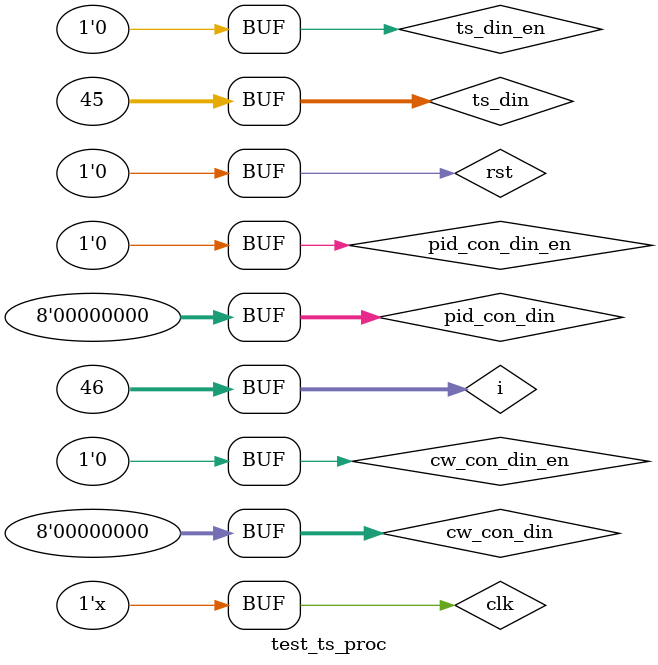
<source format=v>
`timescale 1ns / 1ps


module test_ts_proc;

	// Inputs
	reg clk;
	reg rst;
	reg [31:0] ts_din;
	reg ts_din_en;
	reg [7:0] cw_con_din;
	reg cw_con_din_en;
	reg [7:0] pid_con_din;
	reg pid_con_din_en;

	// Outputs
	wire ts1_dout_en;
	wire ts2_dout_en;
	wire ts3_dout_en;
	wire ts4_dout_en;
	wire ts5_dout_en;
	wire ts6_dout_en;
	wire ts7_dout_en;
	wire ts8_dout_en;
	wire ts9_dout_en;
	wire ts10_dout_en;
	wire ts11_dout_en;
	wire ts12_dout_en;
	wire ts13_dout_en;
	wire ts14_dout_en;
	wire ts15_dout_en;
	wire ts16_dout_en;
	wire ts17_dout_en;
	wire ts18_dout_en;
	wire ts19_dout_en;
	wire ts20_dout_en;
	wire ts21_dout_en;
	wire ts22_dout_en;
	wire ts23_dout_en;
	wire ts24_dout_en;
	wire ts25_dout_en;
	wire ts26_dout_en;
	wire ts27_dout_en;
	wire ts28_dout_en;
	wire ts29_dout_en;
	wire ts30_dout_en;
	wire ts31_dout_en;
	wire ts32_dout_en;
	wire [32:0] ts_dout;

	// Instantiate the Unit Under Test (UUT)
	csa_ts_proc uut (
		.clk(clk), 
		.rst(rst), 
		.ts_din(ts_din), 
		.ts_din_en(ts_din_en), 
		.cw_con_din(cw_con_din), 
		.cw_con_din_en(cw_con_din_en), 
		.pid_con_din(pid_con_din), 
		.pid_con_din_en(pid_con_din_en), 
		.ts1_dout_en(ts1_dout_en), 
		.ts2_dout_en(ts2_dout_en), 
		.ts3_dout_en(ts3_dout_en), 
		.ts4_dout_en(ts4_dout_en), 
		.ts5_dout_en(ts5_dout_en), 
		.ts6_dout_en(ts6_dout_en), 
		.ts7_dout_en(ts7_dout_en), 
		.ts8_dout_en(ts8_dout_en), 
		.ts9_dout_en(ts9_dout_en), 
		.ts10_dout_en(ts10_dout_en), 
		.ts11_dout_en(ts11_dout_en), 
		.ts12_dout_en(ts12_dout_en), 
		.ts13_dout_en(ts13_dout_en), 
		.ts14_dout_en(ts14_dout_en), 
		.ts15_dout_en(ts15_dout_en), 
		.ts16_dout_en(ts16_dout_en), 
		.ts17_dout_en(ts17_dout_en), 
		.ts18_dout_en(ts18_dout_en), 
		.ts19_dout_en(ts19_dout_en), 
		.ts20_dout_en(ts20_dout_en), 
		.ts21_dout_en(ts21_dout_en), 
		.ts22_dout_en(ts22_dout_en), 
		.ts23_dout_en(ts23_dout_en), 
		.ts24_dout_en(ts24_dout_en), 
		.ts25_dout_en(ts25_dout_en), 
		.ts26_dout_en(ts26_dout_en), 
		.ts27_dout_en(ts27_dout_en), 
		.ts28_dout_en(ts28_dout_en), 
		.ts29_dout_en(ts29_dout_en), 
		.ts30_dout_en(ts30_dout_en), 
		.ts31_dout_en(ts31_dout_en), 
		.ts32_dout_en(ts32_dout_en), 
		.ts_dout(ts_dout)
	);
integer i;
	initial begin
		// Initialize Inputs
		clk = 0;
		rst = 0;
		ts_din = 0;
		ts_din_en = 0;
		cw_con_din = 0;
		cw_con_din_en = 0;
		pid_con_din = 0;
		pid_con_din_en = 0;

		#3 rst=1;
		#4 rst=0;
		// Wait 100 ns for global reset to finish
		#100;
        
        ts_din_en=1;
        ts_din=32'h00000001;
        #10 ts_din=32'h00000001;
        #10 ts_din=32'hc0120812;
        #10 ts_din=32'h00004e20;
        #10 ts_din=32'h47401000;
        for(i=0;i<46;i=i+1)
        #10 ts_din=i;
        #10 ts_din_en=0;
        
		// Add stimulus here

		// Wait 100 ns for global reset to finish
		#100;
        
        ts_din_en=1;
        ts_din=32'h00000002;
        #10 ts_din=32'h00000001;
        #10 ts_din=32'hc0120812;
        #10 ts_din=32'h00004e20;
        #10 ts_din=32'h47401000;
        for(i=0;i<46;i=i+1)
        #10 ts_din=i;
        #10 ts_din_en=0;
        
        
        		// Wait 100 ns for global reset to finish
		#100;
        
        ts_din_en=1;
        ts_din=32'h00000001;
        #10 ts_din=32'h00000001;
        #10 ts_din=32'hc0120812;
        #10 ts_din=32'h00004e20;
        #10 ts_din=32'h47401000;
        for(i=0;i<46;i=i+1)
        #10 ts_din=i;
        #10 ts_din_en=0;
        
        
        		// Wait 100 ns for global reset to finish
		#100;
        
        ts_din_en=1;
        ts_din=32'h00000001;
        #10 ts_din=32'h00000001;
        #10 ts_din=32'hc0120812;
        #10 ts_din=32'h00004e20;
        #10 ts_din=32'h47401000;
        for(i=0;i<46;i=i+1)
        #10 ts_din=i;
        #10 ts_din_en=0;
        
        
        		// Wait 100 ns for global reset to finish
		#100;
        
        ts_din_en=1;
        ts_din=32'h00000001;
        #10 ts_din=32'h00000001;
        #10 ts_din=32'hc0120812;
        #10 ts_din=32'h00004e20;
        #10 ts_din=32'h47401000;
        for(i=0;i<46;i=i+1)
        #10 ts_din=i;
        #10 ts_din_en=0;
        
        
        		// Wait 100 ns for global reset to finish
		#100;
        
        ts_din_en=1;
        ts_din=32'h00000001;
        #10 ts_din=32'h00000001;
        #10 ts_din=32'hc0120812;
        #10 ts_din=32'h00004e20;
        #10 ts_din=32'h47401000;
        for(i=0;i<46;i=i+1)
        #10 ts_din=i;
        #10 ts_din_en=0;
        
        		// Wait 100 ns for global reset to finish
		#100;
        
        ts_din_en=1;
        ts_din=32'h00000001;
        #10 ts_din=32'h00000001;
        #10 ts_din=32'hc0120812;
        #10 ts_din=32'h00004e20;
        #10 ts_din=32'h47401000;
        for(i=0;i<46;i=i+1)
        #10 ts_din=i;
        #10 ts_din_en=0;
        
        		// Wait 100 ns for global reset to finish
		#100;
        
        ts_din_en=1;
        ts_din=32'h00000001;
        #10 ts_din=32'h00000001;
        #10 ts_din=32'hc0120812;
        #10 ts_din=32'h00004e20;
        #10 ts_din=32'h47401000;
        for(i=0;i<46;i=i+1)
        #10 ts_din=i;
        #10 ts_din_en=0;
        
        		// Wait 100 ns for global reset to finish
		#100;
        
        ts_din_en=1;
        ts_din=32'h00000001;
        #10 ts_din=32'h00000001;
        #10 ts_din=32'hc0120812;
        #10 ts_din=32'h00004e20;
        #10 ts_din=32'h47401000;
        for(i=0;i<46;i=i+1)
        #10 ts_din=i;
        #10 ts_din_en=0;
        		// Wait 100 ns for global reset to finish
		#100;
        
        ts_din_en=1;
        ts_din=32'h00000001;
        #10 ts_din=32'h00000001;
        #10 ts_din=32'hc0120812;
        #10 ts_din=32'h00004e20;
        #10 ts_din=32'h47401000;
        for(i=0;i<46;i=i+1)
        #10 ts_din=i;
        #10 ts_din_en=0;
        
        		// Wait 100 ns for global reset to finish
		#100;
        
        ts_din_en=1;
        ts_din=32'h00000001;
        #10 ts_din=32'h00000001;
        #10 ts_din=32'hc0120812;
        #10 ts_din=32'h00004e20;
        #10 ts_din=32'h47401000;
        for(i=0;i<46;i=i+1)
        #10 ts_din=i;
        #10 ts_din_en=0;
        
        		// Wait 100 ns for global reset to finish
		#100;
        
        ts_din_en=1;
        ts_din=32'h00000001;
        #10 ts_din=32'h00000001;
        #10 ts_din=32'hc0120812;
        #10 ts_din=32'h00004e20;
        #10 ts_din=32'h47401000;
        for(i=0;i<46;i=i+1)
        #10 ts_din=i;
        #10 ts_din_en=0;
        
        
        		// Wait 100 ns for global reset to finish
		#100;
        
        ts_din_en=1;
        ts_din=32'h00000001;
        #10 ts_din=32'h00000001;
        #10 ts_din=32'hc0120812;
        #10 ts_din=32'h00004e20;
        #10 ts_din=32'h47401000;
        for(i=0;i<46;i=i+1)
        #10 ts_din=i;
        #10 ts_din_en=0;
        		// Wait 100 ns for global reset to finish
		#100;
        
        ts_din_en=1;
        ts_din=32'h00000001;
        #10 ts_din=32'h00000001;
        #10 ts_din=32'hc0120812;
        #10 ts_din=32'h00004e20;
        #10 ts_din=32'h47401000;
        for(i=0;i<46;i=i+1)
        #10 ts_din=i;
        #10 ts_din_en=0;
        
        
        
	end
      always #5 clk=~clk;
endmodule


</source>
